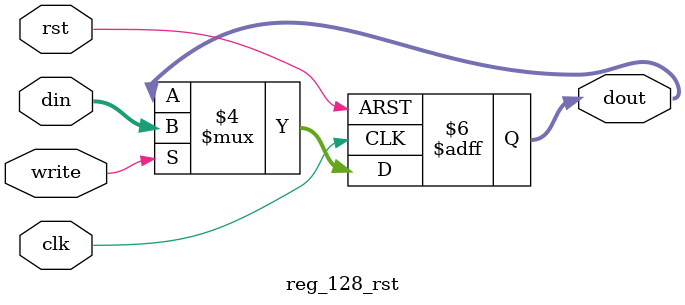
<source format=v>
module reg_128_rst(clk,rst,write,din,dout);

output [127:0] dout;
input  clk,write,rst;
input  [127:0] din;

reg [127:0] dout;

always @ (posedge clk or negedge rst)
	begin
		  if(!rst)
		       dout<=128'hd014_f9a8_c9ee_2589_e13f_0cc8_b663_0ca6;
		  else if(write)
					 dout<=din;
		  else 
					 dout<=dout;
	end

endmodule
</source>
